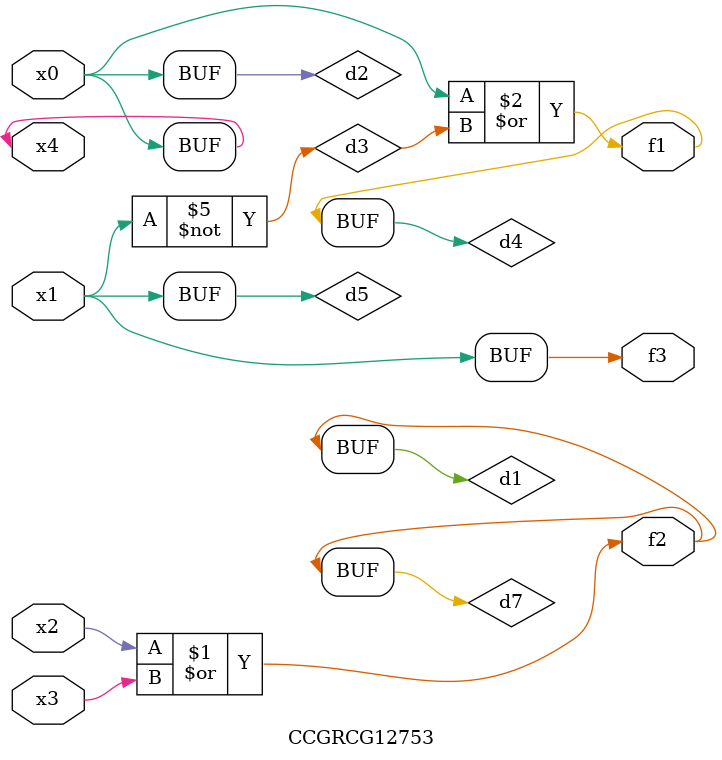
<source format=v>
module CCGRCG12753(
	input x0, x1, x2, x3, x4,
	output f1, f2, f3
);

	wire d1, d2, d3, d4, d5, d6, d7;

	or (d1, x2, x3);
	buf (d2, x0, x4);
	not (d3, x1);
	or (d4, d2, d3);
	not (d5, d3);
	nand (d6, d1, d3);
	or (d7, d1);
	assign f1 = d4;
	assign f2 = d7;
	assign f3 = d5;
endmodule

</source>
